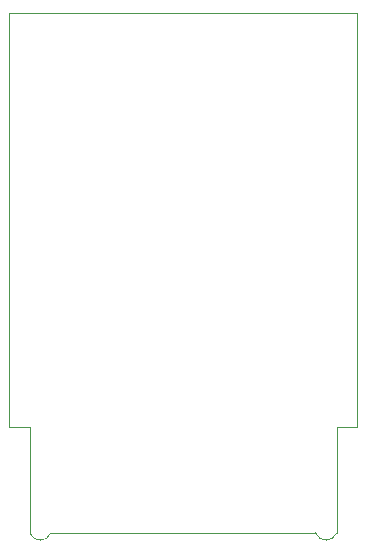
<source format=gbr>
G04 #@! TF.GenerationSoftware,KiCad,Pcbnew,(5.1.5)-3*
G04 #@! TF.CreationDate,2020-01-25T19:38:27+03:00*
G04 #@! TF.ProjectId,Sharp PC-1600 MemCard,53686172-7020-4504-932d-31363030204d,rev?*
G04 #@! TF.SameCoordinates,Original*
G04 #@! TF.FileFunction,Profile,NP*
%FSLAX46Y46*%
G04 Gerber Fmt 4.6, Leading zero omitted, Abs format (unit mm)*
G04 Created by KiCad (PCBNEW (5.1.5)-3) date 2020-01-25 19:38:27*
%MOMM*%
%LPD*%
G04 APERTURE LIST*
%ADD10C,0.050000*%
G04 APERTURE END LIST*
D10*
X133210000Y-62745000D02*
X133210000Y-97745000D01*
X162710000Y-62745000D02*
X162710000Y-97745000D01*
X160960000Y-97745000D02*
X162710000Y-97745000D01*
X134960000Y-97745000D02*
X133210000Y-97745000D01*
X136758561Y-106748857D02*
G75*
G02X134960000Y-106745000I-898562J336962D01*
G01*
X160960000Y-106745000D02*
G75*
G02X159161439Y-106741143I-898562J336962D01*
G01*
X162710000Y-62745000D02*
X133210000Y-62745000D01*
X134960000Y-106745000D02*
X134960000Y-97745000D01*
X159161439Y-106745000D02*
X136758561Y-106748857D01*
X160960000Y-106745000D02*
X160960000Y-97745000D01*
M02*

</source>
